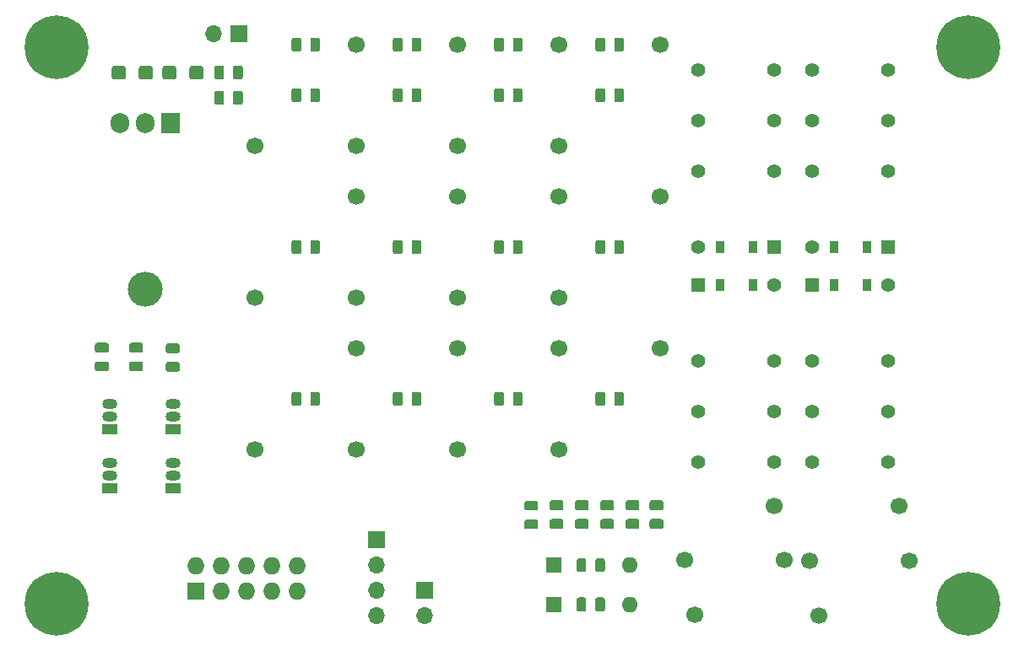
<source format=gbs>
G04 #@! TF.GenerationSoftware,KiCad,Pcbnew,5.99.0-unknown-43514a1~86~ubuntu18.04.1*
G04 #@! TF.CreationDate,2020-02-15T13:58:03+00:00*
G04 #@! TF.ProjectId,TX_BOARD,54585f42-4f41-4524-942e-6b696361645f,rev?*
G04 #@! TF.SameCoordinates,Original*
G04 #@! TF.FileFunction,Soldermask,Bot*
G04 #@! TF.FilePolarity,Negative*
%FSLAX46Y46*%
G04 Gerber Fmt 4.6, Leading zero omitted, Abs format (unit mm)*
G04 Created by KiCad (PCBNEW 5.99.0-unknown-43514a1~86~ubuntu18.04.1) date 2020-02-15 13:58:03*
%MOMM*%
%LPD*%
G01*
G04 APERTURE LIST*
%ADD10C,1.700000*%
%ADD11R,0.900000X1.200000*%
%ADD12O,1.727200X1.727200*%
%ADD13R,1.727200X1.727200*%
%ADD14O,1.700000X1.700000*%
%ADD15R,1.700000X1.700000*%
%ADD16O,1.600000X1.600000*%
%ADD17R,1.600000X1.600000*%
%ADD18O,1.905000X2.000000*%
%ADD19R,1.905000X2.000000*%
%ADD20O,3.500000X3.500000*%
%ADD21C,6.400000*%
%ADD22R,1.500000X1.050000*%
%ADD23O,1.500000X1.050000*%
%ADD24C,1.400000*%
%ADD25R,1.400000X1.400000*%
G04 APERTURE END LIST*
D10*
X155829000Y-64516000D03*
X165989000Y-54356000D03*
X145669000Y-64516000D03*
X155829000Y-54356000D03*
G36*
X153584529Y-100178554D02*
G01*
X153663607Y-100231393D01*
X153716446Y-100310471D01*
X153735000Y-100403750D01*
X153735000Y-100891250D01*
X153716446Y-100984529D01*
X153663607Y-101063607D01*
X153584529Y-101116446D01*
X153491250Y-101135000D01*
X152578750Y-101135000D01*
X152485471Y-101116446D01*
X152406393Y-101063607D01*
X152353554Y-100984529D01*
X152335000Y-100891250D01*
X152335000Y-100403750D01*
X152353554Y-100310471D01*
X152406393Y-100231393D01*
X152485471Y-100178554D01*
X152578750Y-100160000D01*
X153491250Y-100160000D01*
X153584529Y-100178554D01*
G37*
G36*
X153584529Y-102053554D02*
G01*
X153663607Y-102106393D01*
X153716446Y-102185471D01*
X153735000Y-102278750D01*
X153735000Y-102766250D01*
X153716446Y-102859529D01*
X153663607Y-102938607D01*
X153584529Y-102991446D01*
X153491250Y-103010000D01*
X152578750Y-103010000D01*
X152485471Y-102991446D01*
X152406393Y-102938607D01*
X152353554Y-102859529D01*
X152335000Y-102766250D01*
X152335000Y-102278750D01*
X152353554Y-102185471D01*
X152406393Y-102106393D01*
X152485471Y-102053554D01*
X152578750Y-102035000D01*
X153491250Y-102035000D01*
X153584529Y-102053554D01*
G37*
G36*
X156124529Y-100129554D02*
G01*
X156203607Y-100182393D01*
X156256446Y-100261471D01*
X156275000Y-100354750D01*
X156275000Y-100842250D01*
X156256446Y-100935529D01*
X156203607Y-101014607D01*
X156124529Y-101067446D01*
X156031250Y-101086000D01*
X155118750Y-101086000D01*
X155025471Y-101067446D01*
X154946393Y-101014607D01*
X154893554Y-100935529D01*
X154875000Y-100842250D01*
X154875000Y-100354750D01*
X154893554Y-100261471D01*
X154946393Y-100182393D01*
X155025471Y-100129554D01*
X155118750Y-100111000D01*
X156031250Y-100111000D01*
X156124529Y-100129554D01*
G37*
G36*
X156124529Y-102004554D02*
G01*
X156203607Y-102057393D01*
X156256446Y-102136471D01*
X156275000Y-102229750D01*
X156275000Y-102717250D01*
X156256446Y-102810529D01*
X156203607Y-102889607D01*
X156124529Y-102942446D01*
X156031250Y-102961000D01*
X155118750Y-102961000D01*
X155025471Y-102942446D01*
X154946393Y-102889607D01*
X154893554Y-102810529D01*
X154875000Y-102717250D01*
X154875000Y-102229750D01*
X154893554Y-102136471D01*
X154946393Y-102057393D01*
X155025471Y-102004554D01*
X155118750Y-101986000D01*
X156031250Y-101986000D01*
X156124529Y-102004554D01*
G37*
D11*
X183389000Y-74676000D03*
X186689000Y-74676000D03*
D12*
X129540000Y-106680000D03*
X129540000Y-109220000D03*
X127000000Y-106680000D03*
X127000000Y-109220000D03*
X124460000Y-106680000D03*
X124460000Y-109220000D03*
X121920000Y-106680000D03*
X121920000Y-109220000D03*
X119380000Y-106680000D03*
D13*
X119380000Y-109220000D03*
G36*
X166157529Y-100129554D02*
G01*
X166236607Y-100182393D01*
X166289446Y-100261471D01*
X166308000Y-100354750D01*
X166308000Y-100842250D01*
X166289446Y-100935529D01*
X166236607Y-101014607D01*
X166157529Y-101067446D01*
X166064250Y-101086000D01*
X165151750Y-101086000D01*
X165058471Y-101067446D01*
X164979393Y-101014607D01*
X164926554Y-100935529D01*
X164908000Y-100842250D01*
X164908000Y-100354750D01*
X164926554Y-100261471D01*
X164979393Y-100182393D01*
X165058471Y-100129554D01*
X165151750Y-100111000D01*
X166064250Y-100111000D01*
X166157529Y-100129554D01*
G37*
G36*
X166157529Y-102004554D02*
G01*
X166236607Y-102057393D01*
X166289446Y-102136471D01*
X166308000Y-102229750D01*
X166308000Y-102717250D01*
X166289446Y-102810529D01*
X166236607Y-102889607D01*
X166157529Y-102942446D01*
X166064250Y-102961000D01*
X165151750Y-102961000D01*
X165058471Y-102942446D01*
X164979393Y-102889607D01*
X164926554Y-102810529D01*
X164908000Y-102717250D01*
X164908000Y-102229750D01*
X164926554Y-102136471D01*
X164979393Y-102057393D01*
X165058471Y-102004554D01*
X165151750Y-101986000D01*
X166064250Y-101986000D01*
X166157529Y-102004554D01*
G37*
G36*
X161204529Y-100129554D02*
G01*
X161283607Y-100182393D01*
X161336446Y-100261471D01*
X161355000Y-100354750D01*
X161355000Y-100842250D01*
X161336446Y-100935529D01*
X161283607Y-101014607D01*
X161204529Y-101067446D01*
X161111250Y-101086000D01*
X160198750Y-101086000D01*
X160105471Y-101067446D01*
X160026393Y-101014607D01*
X159973554Y-100935529D01*
X159955000Y-100842250D01*
X159955000Y-100354750D01*
X159973554Y-100261471D01*
X160026393Y-100182393D01*
X160105471Y-100129554D01*
X160198750Y-100111000D01*
X161111250Y-100111000D01*
X161204529Y-100129554D01*
G37*
G36*
X161204529Y-102004554D02*
G01*
X161283607Y-102057393D01*
X161336446Y-102136471D01*
X161355000Y-102229750D01*
X161355000Y-102717250D01*
X161336446Y-102810529D01*
X161283607Y-102889607D01*
X161204529Y-102942446D01*
X161111250Y-102961000D01*
X160198750Y-102961000D01*
X160105471Y-102942446D01*
X160026393Y-102889607D01*
X159973554Y-102810529D01*
X159955000Y-102717250D01*
X159955000Y-102229750D01*
X159973554Y-102136471D01*
X160026393Y-102057393D01*
X160105471Y-102004554D01*
X160198750Y-101986000D01*
X161111250Y-101986000D01*
X161204529Y-102004554D01*
G37*
D14*
X121222000Y-53276500D03*
D15*
X123762000Y-53276500D03*
D16*
X162941000Y-110554000D03*
D17*
X155321000Y-110554000D03*
D16*
X162941000Y-106616000D03*
D17*
X155321000Y-106616000D03*
D18*
X111760000Y-62230000D03*
X114300000Y-62230000D03*
D19*
X116840000Y-62230000D03*
D20*
X114300000Y-78890000D03*
G36*
X160278529Y-105934554D02*
G01*
X160357607Y-105987393D01*
X160410446Y-106066471D01*
X160429000Y-106159750D01*
X160429000Y-107072250D01*
X160410446Y-107165529D01*
X160357607Y-107244607D01*
X160278529Y-107297446D01*
X160185250Y-107316000D01*
X159697750Y-107316000D01*
X159604471Y-107297446D01*
X159525393Y-107244607D01*
X159472554Y-107165529D01*
X159454000Y-107072250D01*
X159454000Y-106159750D01*
X159472554Y-106066471D01*
X159525393Y-105987393D01*
X159604471Y-105934554D01*
X159697750Y-105916000D01*
X160185250Y-105916000D01*
X160278529Y-105934554D01*
G37*
G36*
X158403529Y-105934554D02*
G01*
X158482607Y-105987393D01*
X158535446Y-106066471D01*
X158554000Y-106159750D01*
X158554000Y-107072250D01*
X158535446Y-107165529D01*
X158482607Y-107244607D01*
X158403529Y-107297446D01*
X158310250Y-107316000D01*
X157822750Y-107316000D01*
X157729471Y-107297446D01*
X157650393Y-107244607D01*
X157597554Y-107165529D01*
X157579000Y-107072250D01*
X157579000Y-106159750D01*
X157597554Y-106066471D01*
X157650393Y-105987393D01*
X157729471Y-105934554D01*
X157822750Y-105916000D01*
X158310250Y-105916000D01*
X158403529Y-105934554D01*
G37*
D21*
X105410000Y-54610000D03*
X196850000Y-110490000D03*
X105410000Y-110490000D03*
X196850000Y-54610000D03*
D10*
X180928000Y-106171000D03*
X190928000Y-106171000D03*
X181928000Y-111671000D03*
X189928000Y-100711000D03*
X168418000Y-106107500D03*
X178418000Y-106107500D03*
X169418000Y-111607500D03*
X177418000Y-100647500D03*
G36*
X163744529Y-100129554D02*
G01*
X163823607Y-100182393D01*
X163876446Y-100261471D01*
X163895000Y-100354750D01*
X163895000Y-100842250D01*
X163876446Y-100935529D01*
X163823607Y-101014607D01*
X163744529Y-101067446D01*
X163651250Y-101086000D01*
X162738750Y-101086000D01*
X162645471Y-101067446D01*
X162566393Y-101014607D01*
X162513554Y-100935529D01*
X162495000Y-100842250D01*
X162495000Y-100354750D01*
X162513554Y-100261471D01*
X162566393Y-100182393D01*
X162645471Y-100129554D01*
X162738750Y-100111000D01*
X163651250Y-100111000D01*
X163744529Y-100129554D01*
G37*
G36*
X163744529Y-102004554D02*
G01*
X163823607Y-102057393D01*
X163876446Y-102136471D01*
X163895000Y-102229750D01*
X163895000Y-102717250D01*
X163876446Y-102810529D01*
X163823607Y-102889607D01*
X163744529Y-102942446D01*
X163651250Y-102961000D01*
X162738750Y-102961000D01*
X162645471Y-102942446D01*
X162566393Y-102889607D01*
X162513554Y-102810529D01*
X162495000Y-102717250D01*
X162495000Y-102229750D01*
X162513554Y-102136471D01*
X162566393Y-102057393D01*
X162645471Y-102004554D01*
X162738750Y-101986000D01*
X163651250Y-101986000D01*
X163744529Y-102004554D01*
G37*
G36*
X158664529Y-100129554D02*
G01*
X158743607Y-100182393D01*
X158796446Y-100261471D01*
X158815000Y-100354750D01*
X158815000Y-100842250D01*
X158796446Y-100935529D01*
X158743607Y-101014607D01*
X158664529Y-101067446D01*
X158571250Y-101086000D01*
X157658750Y-101086000D01*
X157565471Y-101067446D01*
X157486393Y-101014607D01*
X157433554Y-100935529D01*
X157415000Y-100842250D01*
X157415000Y-100354750D01*
X157433554Y-100261471D01*
X157486393Y-100182393D01*
X157565471Y-100129554D01*
X157658750Y-100111000D01*
X158571250Y-100111000D01*
X158664529Y-100129554D01*
G37*
G36*
X158664529Y-102004554D02*
G01*
X158743607Y-102057393D01*
X158796446Y-102136471D01*
X158815000Y-102229750D01*
X158815000Y-102717250D01*
X158796446Y-102810529D01*
X158743607Y-102889607D01*
X158664529Y-102942446D01*
X158571250Y-102961000D01*
X157658750Y-102961000D01*
X157565471Y-102942446D01*
X157486393Y-102889607D01*
X157433554Y-102810529D01*
X157415000Y-102717250D01*
X157415000Y-102229750D01*
X157433554Y-102136471D01*
X157486393Y-102057393D01*
X157565471Y-102004554D01*
X157658750Y-101986000D01*
X158571250Y-101986000D01*
X158664529Y-102004554D01*
G37*
G36*
X122081529Y-59008554D02*
G01*
X122160607Y-59061393D01*
X122213446Y-59140471D01*
X122232000Y-59233750D01*
X122232000Y-60146250D01*
X122213446Y-60239529D01*
X122160607Y-60318607D01*
X122081529Y-60371446D01*
X121988250Y-60390000D01*
X121500750Y-60390000D01*
X121407471Y-60371446D01*
X121328393Y-60318607D01*
X121275554Y-60239529D01*
X121257000Y-60146250D01*
X121257000Y-59233750D01*
X121275554Y-59140471D01*
X121328393Y-59061393D01*
X121407471Y-59008554D01*
X121500750Y-58990000D01*
X121988250Y-58990000D01*
X122081529Y-59008554D01*
G37*
G36*
X123956529Y-59008554D02*
G01*
X124035607Y-59061393D01*
X124088446Y-59140471D01*
X124107000Y-59233750D01*
X124107000Y-60146250D01*
X124088446Y-60239529D01*
X124035607Y-60318607D01*
X123956529Y-60371446D01*
X123863250Y-60390000D01*
X123375750Y-60390000D01*
X123282471Y-60371446D01*
X123203393Y-60318607D01*
X123150554Y-60239529D01*
X123132000Y-60146250D01*
X123132000Y-59233750D01*
X123150554Y-59140471D01*
X123203393Y-59061393D01*
X123282471Y-59008554D01*
X123375750Y-58990000D01*
X123863250Y-58990000D01*
X123956529Y-59008554D01*
G37*
G36*
X123956529Y-56468554D02*
G01*
X124035607Y-56521393D01*
X124088446Y-56600471D01*
X124107000Y-56693750D01*
X124107000Y-57606250D01*
X124088446Y-57699529D01*
X124035607Y-57778607D01*
X123956529Y-57831446D01*
X123863250Y-57850000D01*
X123375750Y-57850000D01*
X123282471Y-57831446D01*
X123203393Y-57778607D01*
X123150554Y-57699529D01*
X123132000Y-57606250D01*
X123132000Y-56693750D01*
X123150554Y-56600471D01*
X123203393Y-56521393D01*
X123282471Y-56468554D01*
X123375750Y-56450000D01*
X123863250Y-56450000D01*
X123956529Y-56468554D01*
G37*
G36*
X122081529Y-56468554D02*
G01*
X122160607Y-56521393D01*
X122213446Y-56600471D01*
X122232000Y-56693750D01*
X122232000Y-57606250D01*
X122213446Y-57699529D01*
X122160607Y-57778607D01*
X122081529Y-57831446D01*
X121988250Y-57850000D01*
X121500750Y-57850000D01*
X121407471Y-57831446D01*
X121328393Y-57778607D01*
X121275554Y-57699529D01*
X121257000Y-57606250D01*
X121257000Y-56693750D01*
X121275554Y-56600471D01*
X121328393Y-56521393D01*
X121407471Y-56468554D01*
X121500750Y-56450000D01*
X121988250Y-56450000D01*
X122081529Y-56468554D01*
G37*
G36*
X117643529Y-84367054D02*
G01*
X117722607Y-84419893D01*
X117775446Y-84498971D01*
X117794000Y-84592250D01*
X117794000Y-85079750D01*
X117775446Y-85173029D01*
X117722607Y-85252107D01*
X117643529Y-85304946D01*
X117550250Y-85323500D01*
X116637750Y-85323500D01*
X116544471Y-85304946D01*
X116465393Y-85252107D01*
X116412554Y-85173029D01*
X116394000Y-85079750D01*
X116394000Y-84592250D01*
X116412554Y-84498971D01*
X116465393Y-84419893D01*
X116544471Y-84367054D01*
X116637750Y-84348500D01*
X117550250Y-84348500D01*
X117643529Y-84367054D01*
G37*
G36*
X117643529Y-86242054D02*
G01*
X117722607Y-86294893D01*
X117775446Y-86373971D01*
X117794000Y-86467250D01*
X117794000Y-86954750D01*
X117775446Y-87048029D01*
X117722607Y-87127107D01*
X117643529Y-87179946D01*
X117550250Y-87198500D01*
X116637750Y-87198500D01*
X116544471Y-87179946D01*
X116465393Y-87127107D01*
X116412554Y-87048029D01*
X116394000Y-86954750D01*
X116394000Y-86467250D01*
X116412554Y-86373971D01*
X116465393Y-86294893D01*
X116544471Y-86242054D01*
X116637750Y-86223500D01*
X117550250Y-86223500D01*
X117643529Y-86242054D01*
G37*
G36*
X110531529Y-84318554D02*
G01*
X110610607Y-84371393D01*
X110663446Y-84450471D01*
X110682000Y-84543750D01*
X110682000Y-85031250D01*
X110663446Y-85124529D01*
X110610607Y-85203607D01*
X110531529Y-85256446D01*
X110438250Y-85275000D01*
X109525750Y-85275000D01*
X109432471Y-85256446D01*
X109353393Y-85203607D01*
X109300554Y-85124529D01*
X109282000Y-85031250D01*
X109282000Y-84543750D01*
X109300554Y-84450471D01*
X109353393Y-84371393D01*
X109432471Y-84318554D01*
X109525750Y-84300000D01*
X110438250Y-84300000D01*
X110531529Y-84318554D01*
G37*
G36*
X110531529Y-86193554D02*
G01*
X110610607Y-86246393D01*
X110663446Y-86325471D01*
X110682000Y-86418750D01*
X110682000Y-86906250D01*
X110663446Y-86999529D01*
X110610607Y-87078607D01*
X110531529Y-87131446D01*
X110438250Y-87150000D01*
X109525750Y-87150000D01*
X109432471Y-87131446D01*
X109353393Y-87078607D01*
X109300554Y-86999529D01*
X109282000Y-86906250D01*
X109282000Y-86418750D01*
X109300554Y-86325471D01*
X109353393Y-86246393D01*
X109432471Y-86193554D01*
X109525750Y-86175000D01*
X110438250Y-86175000D01*
X110531529Y-86193554D01*
G37*
G36*
X113960529Y-84318554D02*
G01*
X114039607Y-84371393D01*
X114092446Y-84450471D01*
X114111000Y-84543750D01*
X114111000Y-85031250D01*
X114092446Y-85124529D01*
X114039607Y-85203607D01*
X113960529Y-85256446D01*
X113867250Y-85275000D01*
X112954750Y-85275000D01*
X112861471Y-85256446D01*
X112782393Y-85203607D01*
X112729554Y-85124529D01*
X112711000Y-85031250D01*
X112711000Y-84543750D01*
X112729554Y-84450471D01*
X112782393Y-84371393D01*
X112861471Y-84318554D01*
X112954750Y-84300000D01*
X113867250Y-84300000D01*
X113960529Y-84318554D01*
G37*
G36*
X113960529Y-86193554D02*
G01*
X114039607Y-86246393D01*
X114092446Y-86325471D01*
X114111000Y-86418750D01*
X114111000Y-86906250D01*
X114092446Y-86999529D01*
X114039607Y-87078607D01*
X113960529Y-87131446D01*
X113867250Y-87150000D01*
X112954750Y-87150000D01*
X112861471Y-87131446D01*
X112782393Y-87078607D01*
X112729554Y-86999529D01*
X112711000Y-86906250D01*
X112711000Y-86418750D01*
X112729554Y-86325471D01*
X112782393Y-86246393D01*
X112861471Y-86193554D01*
X112954750Y-86175000D01*
X113867250Y-86175000D01*
X113960529Y-86193554D01*
G37*
D22*
X117094000Y-98933000D03*
D23*
X117094000Y-96393000D03*
X117094000Y-97663000D03*
D22*
X117094000Y-92964000D03*
D23*
X117094000Y-90424000D03*
X117094000Y-91694000D03*
D22*
X110744000Y-98933000D03*
D23*
X110744000Y-96393000D03*
X110744000Y-97663000D03*
D22*
X110744000Y-92964000D03*
D23*
X110744000Y-90424000D03*
X110744000Y-91694000D03*
D10*
X125349000Y-64516000D03*
X135509000Y-54356000D03*
X135509000Y-64516000D03*
X145669000Y-54356000D03*
X125349000Y-79756000D03*
X135509000Y-69596000D03*
X135509000Y-79756000D03*
X145669000Y-69596000D03*
X145669000Y-79756000D03*
X155829000Y-69596000D03*
X155829000Y-79756000D03*
X165989000Y-69596000D03*
X125349000Y-94996000D03*
X135509000Y-84836000D03*
X135509000Y-94996000D03*
X145669000Y-84836000D03*
X145669000Y-94996000D03*
X155829000Y-84836000D03*
X155829000Y-94996000D03*
X165989000Y-84836000D03*
D24*
X181229000Y-67056000D03*
X181219000Y-56886000D03*
X181219000Y-61966000D03*
X188849000Y-67056000D03*
X188849000Y-56896000D03*
X188849000Y-61986000D03*
X181229000Y-74676000D03*
D25*
X188849000Y-74676000D03*
D24*
X169799000Y-67056000D03*
X169789000Y-56886000D03*
X169789000Y-61966000D03*
X177419000Y-67056000D03*
X177419000Y-56896000D03*
X177419000Y-61986000D03*
X169799000Y-74676000D03*
D25*
X177419000Y-74676000D03*
D24*
X177419000Y-86106000D03*
X177429000Y-96276000D03*
X177429000Y-91196000D03*
X169799000Y-86106000D03*
X169799000Y-96266000D03*
X169799000Y-91176000D03*
X177419000Y-78486000D03*
D25*
X169799000Y-78486000D03*
D24*
X188849000Y-86106000D03*
X188859000Y-96276000D03*
X188859000Y-91196000D03*
X181229000Y-86106000D03*
X181229000Y-96266000D03*
X181229000Y-91176000D03*
X188849000Y-78486000D03*
D25*
X181229000Y-78486000D03*
D14*
X142367000Y-111696000D03*
D15*
X142367000Y-109156000D03*
D14*
X137541000Y-111696000D03*
X137541000Y-109156000D03*
X137541000Y-106616000D03*
D15*
X137541000Y-104076000D03*
D11*
X175259000Y-74676000D03*
X171959000Y-74676000D03*
X175259000Y-78486000D03*
X171959000Y-78486000D03*
X186689000Y-78486000D03*
X183389000Y-78486000D03*
G36*
X129828529Y-53674554D02*
G01*
X129907607Y-53727393D01*
X129960446Y-53806471D01*
X129979000Y-53899750D01*
X129979000Y-54812250D01*
X129960446Y-54905529D01*
X129907607Y-54984607D01*
X129828529Y-55037446D01*
X129735250Y-55056000D01*
X129247750Y-55056000D01*
X129154471Y-55037446D01*
X129075393Y-54984607D01*
X129022554Y-54905529D01*
X129004000Y-54812250D01*
X129004000Y-53899750D01*
X129022554Y-53806471D01*
X129075393Y-53727393D01*
X129154471Y-53674554D01*
X129247750Y-53656000D01*
X129735250Y-53656000D01*
X129828529Y-53674554D01*
G37*
G36*
X131703529Y-53674554D02*
G01*
X131782607Y-53727393D01*
X131835446Y-53806471D01*
X131854000Y-53899750D01*
X131854000Y-54812250D01*
X131835446Y-54905529D01*
X131782607Y-54984607D01*
X131703529Y-55037446D01*
X131610250Y-55056000D01*
X131122750Y-55056000D01*
X131029471Y-55037446D01*
X130950393Y-54984607D01*
X130897554Y-54905529D01*
X130879000Y-54812250D01*
X130879000Y-53899750D01*
X130897554Y-53806471D01*
X130950393Y-53727393D01*
X131029471Y-53674554D01*
X131122750Y-53656000D01*
X131610250Y-53656000D01*
X131703529Y-53674554D01*
G37*
G36*
X139988529Y-53674554D02*
G01*
X140067607Y-53727393D01*
X140120446Y-53806471D01*
X140139000Y-53899750D01*
X140139000Y-54812250D01*
X140120446Y-54905529D01*
X140067607Y-54984607D01*
X139988529Y-55037446D01*
X139895250Y-55056000D01*
X139407750Y-55056000D01*
X139314471Y-55037446D01*
X139235393Y-54984607D01*
X139182554Y-54905529D01*
X139164000Y-54812250D01*
X139164000Y-53899750D01*
X139182554Y-53806471D01*
X139235393Y-53727393D01*
X139314471Y-53674554D01*
X139407750Y-53656000D01*
X139895250Y-53656000D01*
X139988529Y-53674554D01*
G37*
G36*
X141863529Y-53674554D02*
G01*
X141942607Y-53727393D01*
X141995446Y-53806471D01*
X142014000Y-53899750D01*
X142014000Y-54812250D01*
X141995446Y-54905529D01*
X141942607Y-54984607D01*
X141863529Y-55037446D01*
X141770250Y-55056000D01*
X141282750Y-55056000D01*
X141189471Y-55037446D01*
X141110393Y-54984607D01*
X141057554Y-54905529D01*
X141039000Y-54812250D01*
X141039000Y-53899750D01*
X141057554Y-53806471D01*
X141110393Y-53727393D01*
X141189471Y-53674554D01*
X141282750Y-53656000D01*
X141770250Y-53656000D01*
X141863529Y-53674554D01*
G37*
G36*
X150148529Y-53674554D02*
G01*
X150227607Y-53727393D01*
X150280446Y-53806471D01*
X150299000Y-53899750D01*
X150299000Y-54812250D01*
X150280446Y-54905529D01*
X150227607Y-54984607D01*
X150148529Y-55037446D01*
X150055250Y-55056000D01*
X149567750Y-55056000D01*
X149474471Y-55037446D01*
X149395393Y-54984607D01*
X149342554Y-54905529D01*
X149324000Y-54812250D01*
X149324000Y-53899750D01*
X149342554Y-53806471D01*
X149395393Y-53727393D01*
X149474471Y-53674554D01*
X149567750Y-53656000D01*
X150055250Y-53656000D01*
X150148529Y-53674554D01*
G37*
G36*
X152023529Y-53674554D02*
G01*
X152102607Y-53727393D01*
X152155446Y-53806471D01*
X152174000Y-53899750D01*
X152174000Y-54812250D01*
X152155446Y-54905529D01*
X152102607Y-54984607D01*
X152023529Y-55037446D01*
X151930250Y-55056000D01*
X151442750Y-55056000D01*
X151349471Y-55037446D01*
X151270393Y-54984607D01*
X151217554Y-54905529D01*
X151199000Y-54812250D01*
X151199000Y-53899750D01*
X151217554Y-53806471D01*
X151270393Y-53727393D01*
X151349471Y-53674554D01*
X151442750Y-53656000D01*
X151930250Y-53656000D01*
X152023529Y-53674554D01*
G37*
G36*
X160308529Y-53674554D02*
G01*
X160387607Y-53727393D01*
X160440446Y-53806471D01*
X160459000Y-53899750D01*
X160459000Y-54812250D01*
X160440446Y-54905529D01*
X160387607Y-54984607D01*
X160308529Y-55037446D01*
X160215250Y-55056000D01*
X159727750Y-55056000D01*
X159634471Y-55037446D01*
X159555393Y-54984607D01*
X159502554Y-54905529D01*
X159484000Y-54812250D01*
X159484000Y-53899750D01*
X159502554Y-53806471D01*
X159555393Y-53727393D01*
X159634471Y-53674554D01*
X159727750Y-53656000D01*
X160215250Y-53656000D01*
X160308529Y-53674554D01*
G37*
G36*
X162183529Y-53674554D02*
G01*
X162262607Y-53727393D01*
X162315446Y-53806471D01*
X162334000Y-53899750D01*
X162334000Y-54812250D01*
X162315446Y-54905529D01*
X162262607Y-54984607D01*
X162183529Y-55037446D01*
X162090250Y-55056000D01*
X161602750Y-55056000D01*
X161509471Y-55037446D01*
X161430393Y-54984607D01*
X161377554Y-54905529D01*
X161359000Y-54812250D01*
X161359000Y-53899750D01*
X161377554Y-53806471D01*
X161430393Y-53727393D01*
X161509471Y-53674554D01*
X161602750Y-53656000D01*
X162090250Y-53656000D01*
X162183529Y-53674554D01*
G37*
G36*
X129828529Y-58754554D02*
G01*
X129907607Y-58807393D01*
X129960446Y-58886471D01*
X129979000Y-58979750D01*
X129979000Y-59892250D01*
X129960446Y-59985529D01*
X129907607Y-60064607D01*
X129828529Y-60117446D01*
X129735250Y-60136000D01*
X129247750Y-60136000D01*
X129154471Y-60117446D01*
X129075393Y-60064607D01*
X129022554Y-59985529D01*
X129004000Y-59892250D01*
X129004000Y-58979750D01*
X129022554Y-58886471D01*
X129075393Y-58807393D01*
X129154471Y-58754554D01*
X129247750Y-58736000D01*
X129735250Y-58736000D01*
X129828529Y-58754554D01*
G37*
G36*
X131703529Y-58754554D02*
G01*
X131782607Y-58807393D01*
X131835446Y-58886471D01*
X131854000Y-58979750D01*
X131854000Y-59892250D01*
X131835446Y-59985529D01*
X131782607Y-60064607D01*
X131703529Y-60117446D01*
X131610250Y-60136000D01*
X131122750Y-60136000D01*
X131029471Y-60117446D01*
X130950393Y-60064607D01*
X130897554Y-59985529D01*
X130879000Y-59892250D01*
X130879000Y-58979750D01*
X130897554Y-58886471D01*
X130950393Y-58807393D01*
X131029471Y-58754554D01*
X131122750Y-58736000D01*
X131610250Y-58736000D01*
X131703529Y-58754554D01*
G37*
G36*
X139988529Y-58754554D02*
G01*
X140067607Y-58807393D01*
X140120446Y-58886471D01*
X140139000Y-58979750D01*
X140139000Y-59892250D01*
X140120446Y-59985529D01*
X140067607Y-60064607D01*
X139988529Y-60117446D01*
X139895250Y-60136000D01*
X139407750Y-60136000D01*
X139314471Y-60117446D01*
X139235393Y-60064607D01*
X139182554Y-59985529D01*
X139164000Y-59892250D01*
X139164000Y-58979750D01*
X139182554Y-58886471D01*
X139235393Y-58807393D01*
X139314471Y-58754554D01*
X139407750Y-58736000D01*
X139895250Y-58736000D01*
X139988529Y-58754554D01*
G37*
G36*
X141863529Y-58754554D02*
G01*
X141942607Y-58807393D01*
X141995446Y-58886471D01*
X142014000Y-58979750D01*
X142014000Y-59892250D01*
X141995446Y-59985529D01*
X141942607Y-60064607D01*
X141863529Y-60117446D01*
X141770250Y-60136000D01*
X141282750Y-60136000D01*
X141189471Y-60117446D01*
X141110393Y-60064607D01*
X141057554Y-59985529D01*
X141039000Y-59892250D01*
X141039000Y-58979750D01*
X141057554Y-58886471D01*
X141110393Y-58807393D01*
X141189471Y-58754554D01*
X141282750Y-58736000D01*
X141770250Y-58736000D01*
X141863529Y-58754554D01*
G37*
G36*
X150148529Y-58754554D02*
G01*
X150227607Y-58807393D01*
X150280446Y-58886471D01*
X150299000Y-58979750D01*
X150299000Y-59892250D01*
X150280446Y-59985529D01*
X150227607Y-60064607D01*
X150148529Y-60117446D01*
X150055250Y-60136000D01*
X149567750Y-60136000D01*
X149474471Y-60117446D01*
X149395393Y-60064607D01*
X149342554Y-59985529D01*
X149324000Y-59892250D01*
X149324000Y-58979750D01*
X149342554Y-58886471D01*
X149395393Y-58807393D01*
X149474471Y-58754554D01*
X149567750Y-58736000D01*
X150055250Y-58736000D01*
X150148529Y-58754554D01*
G37*
G36*
X152023529Y-58754554D02*
G01*
X152102607Y-58807393D01*
X152155446Y-58886471D01*
X152174000Y-58979750D01*
X152174000Y-59892250D01*
X152155446Y-59985529D01*
X152102607Y-60064607D01*
X152023529Y-60117446D01*
X151930250Y-60136000D01*
X151442750Y-60136000D01*
X151349471Y-60117446D01*
X151270393Y-60064607D01*
X151217554Y-59985529D01*
X151199000Y-59892250D01*
X151199000Y-58979750D01*
X151217554Y-58886471D01*
X151270393Y-58807393D01*
X151349471Y-58754554D01*
X151442750Y-58736000D01*
X151930250Y-58736000D01*
X152023529Y-58754554D01*
G37*
G36*
X160308529Y-58754554D02*
G01*
X160387607Y-58807393D01*
X160440446Y-58886471D01*
X160459000Y-58979750D01*
X160459000Y-59892250D01*
X160440446Y-59985529D01*
X160387607Y-60064607D01*
X160308529Y-60117446D01*
X160215250Y-60136000D01*
X159727750Y-60136000D01*
X159634471Y-60117446D01*
X159555393Y-60064607D01*
X159502554Y-59985529D01*
X159484000Y-59892250D01*
X159484000Y-58979750D01*
X159502554Y-58886471D01*
X159555393Y-58807393D01*
X159634471Y-58754554D01*
X159727750Y-58736000D01*
X160215250Y-58736000D01*
X160308529Y-58754554D01*
G37*
G36*
X162183529Y-58754554D02*
G01*
X162262607Y-58807393D01*
X162315446Y-58886471D01*
X162334000Y-58979750D01*
X162334000Y-59892250D01*
X162315446Y-59985529D01*
X162262607Y-60064607D01*
X162183529Y-60117446D01*
X162090250Y-60136000D01*
X161602750Y-60136000D01*
X161509471Y-60117446D01*
X161430393Y-60064607D01*
X161377554Y-59985529D01*
X161359000Y-59892250D01*
X161359000Y-58979750D01*
X161377554Y-58886471D01*
X161430393Y-58807393D01*
X161509471Y-58754554D01*
X161602750Y-58736000D01*
X162090250Y-58736000D01*
X162183529Y-58754554D01*
G37*
G36*
X129828529Y-73994554D02*
G01*
X129907607Y-74047393D01*
X129960446Y-74126471D01*
X129979000Y-74219750D01*
X129979000Y-75132250D01*
X129960446Y-75225529D01*
X129907607Y-75304607D01*
X129828529Y-75357446D01*
X129735250Y-75376000D01*
X129247750Y-75376000D01*
X129154471Y-75357446D01*
X129075393Y-75304607D01*
X129022554Y-75225529D01*
X129004000Y-75132250D01*
X129004000Y-74219750D01*
X129022554Y-74126471D01*
X129075393Y-74047393D01*
X129154471Y-73994554D01*
X129247750Y-73976000D01*
X129735250Y-73976000D01*
X129828529Y-73994554D01*
G37*
G36*
X131703529Y-73994554D02*
G01*
X131782607Y-74047393D01*
X131835446Y-74126471D01*
X131854000Y-74219750D01*
X131854000Y-75132250D01*
X131835446Y-75225529D01*
X131782607Y-75304607D01*
X131703529Y-75357446D01*
X131610250Y-75376000D01*
X131122750Y-75376000D01*
X131029471Y-75357446D01*
X130950393Y-75304607D01*
X130897554Y-75225529D01*
X130879000Y-75132250D01*
X130879000Y-74219750D01*
X130897554Y-74126471D01*
X130950393Y-74047393D01*
X131029471Y-73994554D01*
X131122750Y-73976000D01*
X131610250Y-73976000D01*
X131703529Y-73994554D01*
G37*
G36*
X139988529Y-73994554D02*
G01*
X140067607Y-74047393D01*
X140120446Y-74126471D01*
X140139000Y-74219750D01*
X140139000Y-75132250D01*
X140120446Y-75225529D01*
X140067607Y-75304607D01*
X139988529Y-75357446D01*
X139895250Y-75376000D01*
X139407750Y-75376000D01*
X139314471Y-75357446D01*
X139235393Y-75304607D01*
X139182554Y-75225529D01*
X139164000Y-75132250D01*
X139164000Y-74219750D01*
X139182554Y-74126471D01*
X139235393Y-74047393D01*
X139314471Y-73994554D01*
X139407750Y-73976000D01*
X139895250Y-73976000D01*
X139988529Y-73994554D01*
G37*
G36*
X141863529Y-73994554D02*
G01*
X141942607Y-74047393D01*
X141995446Y-74126471D01*
X142014000Y-74219750D01*
X142014000Y-75132250D01*
X141995446Y-75225529D01*
X141942607Y-75304607D01*
X141863529Y-75357446D01*
X141770250Y-75376000D01*
X141282750Y-75376000D01*
X141189471Y-75357446D01*
X141110393Y-75304607D01*
X141057554Y-75225529D01*
X141039000Y-75132250D01*
X141039000Y-74219750D01*
X141057554Y-74126471D01*
X141110393Y-74047393D01*
X141189471Y-73994554D01*
X141282750Y-73976000D01*
X141770250Y-73976000D01*
X141863529Y-73994554D01*
G37*
G36*
X150148529Y-73994554D02*
G01*
X150227607Y-74047393D01*
X150280446Y-74126471D01*
X150299000Y-74219750D01*
X150299000Y-75132250D01*
X150280446Y-75225529D01*
X150227607Y-75304607D01*
X150148529Y-75357446D01*
X150055250Y-75376000D01*
X149567750Y-75376000D01*
X149474471Y-75357446D01*
X149395393Y-75304607D01*
X149342554Y-75225529D01*
X149324000Y-75132250D01*
X149324000Y-74219750D01*
X149342554Y-74126471D01*
X149395393Y-74047393D01*
X149474471Y-73994554D01*
X149567750Y-73976000D01*
X150055250Y-73976000D01*
X150148529Y-73994554D01*
G37*
G36*
X152023529Y-73994554D02*
G01*
X152102607Y-74047393D01*
X152155446Y-74126471D01*
X152174000Y-74219750D01*
X152174000Y-75132250D01*
X152155446Y-75225529D01*
X152102607Y-75304607D01*
X152023529Y-75357446D01*
X151930250Y-75376000D01*
X151442750Y-75376000D01*
X151349471Y-75357446D01*
X151270393Y-75304607D01*
X151217554Y-75225529D01*
X151199000Y-75132250D01*
X151199000Y-74219750D01*
X151217554Y-74126471D01*
X151270393Y-74047393D01*
X151349471Y-73994554D01*
X151442750Y-73976000D01*
X151930250Y-73976000D01*
X152023529Y-73994554D01*
G37*
G36*
X160308529Y-73994554D02*
G01*
X160387607Y-74047393D01*
X160440446Y-74126471D01*
X160459000Y-74219750D01*
X160459000Y-75132250D01*
X160440446Y-75225529D01*
X160387607Y-75304607D01*
X160308529Y-75357446D01*
X160215250Y-75376000D01*
X159727750Y-75376000D01*
X159634471Y-75357446D01*
X159555393Y-75304607D01*
X159502554Y-75225529D01*
X159484000Y-75132250D01*
X159484000Y-74219750D01*
X159502554Y-74126471D01*
X159555393Y-74047393D01*
X159634471Y-73994554D01*
X159727750Y-73976000D01*
X160215250Y-73976000D01*
X160308529Y-73994554D01*
G37*
G36*
X162183529Y-73994554D02*
G01*
X162262607Y-74047393D01*
X162315446Y-74126471D01*
X162334000Y-74219750D01*
X162334000Y-75132250D01*
X162315446Y-75225529D01*
X162262607Y-75304607D01*
X162183529Y-75357446D01*
X162090250Y-75376000D01*
X161602750Y-75376000D01*
X161509471Y-75357446D01*
X161430393Y-75304607D01*
X161377554Y-75225529D01*
X161359000Y-75132250D01*
X161359000Y-74219750D01*
X161377554Y-74126471D01*
X161430393Y-74047393D01*
X161509471Y-73994554D01*
X161602750Y-73976000D01*
X162090250Y-73976000D01*
X162183529Y-73994554D01*
G37*
G36*
X131703529Y-89234554D02*
G01*
X131782607Y-89287393D01*
X131835446Y-89366471D01*
X131854000Y-89459750D01*
X131854000Y-90372250D01*
X131835446Y-90465529D01*
X131782607Y-90544607D01*
X131703529Y-90597446D01*
X131610250Y-90616000D01*
X131122750Y-90616000D01*
X131029471Y-90597446D01*
X130950393Y-90544607D01*
X130897554Y-90465529D01*
X130879000Y-90372250D01*
X130879000Y-89459750D01*
X130897554Y-89366471D01*
X130950393Y-89287393D01*
X131029471Y-89234554D01*
X131122750Y-89216000D01*
X131610250Y-89216000D01*
X131703529Y-89234554D01*
G37*
G36*
X129828529Y-89234554D02*
G01*
X129907607Y-89287393D01*
X129960446Y-89366471D01*
X129979000Y-89459750D01*
X129979000Y-90372250D01*
X129960446Y-90465529D01*
X129907607Y-90544607D01*
X129828529Y-90597446D01*
X129735250Y-90616000D01*
X129247750Y-90616000D01*
X129154471Y-90597446D01*
X129075393Y-90544607D01*
X129022554Y-90465529D01*
X129004000Y-90372250D01*
X129004000Y-89459750D01*
X129022554Y-89366471D01*
X129075393Y-89287393D01*
X129154471Y-89234554D01*
X129247750Y-89216000D01*
X129735250Y-89216000D01*
X129828529Y-89234554D01*
G37*
G36*
X141863529Y-89234554D02*
G01*
X141942607Y-89287393D01*
X141995446Y-89366471D01*
X142014000Y-89459750D01*
X142014000Y-90372250D01*
X141995446Y-90465529D01*
X141942607Y-90544607D01*
X141863529Y-90597446D01*
X141770250Y-90616000D01*
X141282750Y-90616000D01*
X141189471Y-90597446D01*
X141110393Y-90544607D01*
X141057554Y-90465529D01*
X141039000Y-90372250D01*
X141039000Y-89459750D01*
X141057554Y-89366471D01*
X141110393Y-89287393D01*
X141189471Y-89234554D01*
X141282750Y-89216000D01*
X141770250Y-89216000D01*
X141863529Y-89234554D01*
G37*
G36*
X139988529Y-89234554D02*
G01*
X140067607Y-89287393D01*
X140120446Y-89366471D01*
X140139000Y-89459750D01*
X140139000Y-90372250D01*
X140120446Y-90465529D01*
X140067607Y-90544607D01*
X139988529Y-90597446D01*
X139895250Y-90616000D01*
X139407750Y-90616000D01*
X139314471Y-90597446D01*
X139235393Y-90544607D01*
X139182554Y-90465529D01*
X139164000Y-90372250D01*
X139164000Y-89459750D01*
X139182554Y-89366471D01*
X139235393Y-89287393D01*
X139314471Y-89234554D01*
X139407750Y-89216000D01*
X139895250Y-89216000D01*
X139988529Y-89234554D01*
G37*
G36*
X152023529Y-89234554D02*
G01*
X152102607Y-89287393D01*
X152155446Y-89366471D01*
X152174000Y-89459750D01*
X152174000Y-90372250D01*
X152155446Y-90465529D01*
X152102607Y-90544607D01*
X152023529Y-90597446D01*
X151930250Y-90616000D01*
X151442750Y-90616000D01*
X151349471Y-90597446D01*
X151270393Y-90544607D01*
X151217554Y-90465529D01*
X151199000Y-90372250D01*
X151199000Y-89459750D01*
X151217554Y-89366471D01*
X151270393Y-89287393D01*
X151349471Y-89234554D01*
X151442750Y-89216000D01*
X151930250Y-89216000D01*
X152023529Y-89234554D01*
G37*
G36*
X150148529Y-89234554D02*
G01*
X150227607Y-89287393D01*
X150280446Y-89366471D01*
X150299000Y-89459750D01*
X150299000Y-90372250D01*
X150280446Y-90465529D01*
X150227607Y-90544607D01*
X150148529Y-90597446D01*
X150055250Y-90616000D01*
X149567750Y-90616000D01*
X149474471Y-90597446D01*
X149395393Y-90544607D01*
X149342554Y-90465529D01*
X149324000Y-90372250D01*
X149324000Y-89459750D01*
X149342554Y-89366471D01*
X149395393Y-89287393D01*
X149474471Y-89234554D01*
X149567750Y-89216000D01*
X150055250Y-89216000D01*
X150148529Y-89234554D01*
G37*
G36*
X162183529Y-89234554D02*
G01*
X162262607Y-89287393D01*
X162315446Y-89366471D01*
X162334000Y-89459750D01*
X162334000Y-90372250D01*
X162315446Y-90465529D01*
X162262607Y-90544607D01*
X162183529Y-90597446D01*
X162090250Y-90616000D01*
X161602750Y-90616000D01*
X161509471Y-90597446D01*
X161430393Y-90544607D01*
X161377554Y-90465529D01*
X161359000Y-90372250D01*
X161359000Y-89459750D01*
X161377554Y-89366471D01*
X161430393Y-89287393D01*
X161509471Y-89234554D01*
X161602750Y-89216000D01*
X162090250Y-89216000D01*
X162183529Y-89234554D01*
G37*
G36*
X160308529Y-89234554D02*
G01*
X160387607Y-89287393D01*
X160440446Y-89366471D01*
X160459000Y-89459750D01*
X160459000Y-90372250D01*
X160440446Y-90465529D01*
X160387607Y-90544607D01*
X160308529Y-90597446D01*
X160215250Y-90616000D01*
X159727750Y-90616000D01*
X159634471Y-90597446D01*
X159555393Y-90544607D01*
X159502554Y-90465529D01*
X159484000Y-90372250D01*
X159484000Y-89459750D01*
X159502554Y-89366471D01*
X159555393Y-89287393D01*
X159634471Y-89234554D01*
X159727750Y-89216000D01*
X160215250Y-89216000D01*
X160308529Y-89234554D01*
G37*
G36*
X160278529Y-109872554D02*
G01*
X160357607Y-109925393D01*
X160410446Y-110004471D01*
X160429000Y-110097750D01*
X160429000Y-111010250D01*
X160410446Y-111103529D01*
X160357607Y-111182607D01*
X160278529Y-111235446D01*
X160185250Y-111254000D01*
X159697750Y-111254000D01*
X159604471Y-111235446D01*
X159525393Y-111182607D01*
X159472554Y-111103529D01*
X159454000Y-111010250D01*
X159454000Y-110097750D01*
X159472554Y-110004471D01*
X159525393Y-109925393D01*
X159604471Y-109872554D01*
X159697750Y-109854000D01*
X160185250Y-109854000D01*
X160278529Y-109872554D01*
G37*
G36*
X158403529Y-109872554D02*
G01*
X158482607Y-109925393D01*
X158535446Y-110004471D01*
X158554000Y-110097750D01*
X158554000Y-111010250D01*
X158535446Y-111103529D01*
X158482607Y-111182607D01*
X158403529Y-111235446D01*
X158310250Y-111254000D01*
X157822750Y-111254000D01*
X157729471Y-111235446D01*
X157650393Y-111182607D01*
X157597554Y-111103529D01*
X157579000Y-111010250D01*
X157579000Y-110097750D01*
X157597554Y-110004471D01*
X157650393Y-109925393D01*
X157729471Y-109872554D01*
X157822750Y-109854000D01*
X158310250Y-109854000D01*
X158403529Y-109872554D01*
G37*
G36*
X114925671Y-56494030D02*
G01*
X115006777Y-56548223D01*
X115060970Y-56629329D01*
X115080000Y-56724999D01*
X115080000Y-57575001D01*
X115060970Y-57670671D01*
X115006777Y-57751777D01*
X114925671Y-57805970D01*
X114830001Y-57825000D01*
X113929999Y-57825000D01*
X113834329Y-57805970D01*
X113753223Y-57751777D01*
X113699030Y-57670671D01*
X113680000Y-57575001D01*
X113680000Y-56724999D01*
X113699030Y-56629329D01*
X113753223Y-56548223D01*
X113834329Y-56494030D01*
X113929999Y-56475000D01*
X114830001Y-56475000D01*
X114925671Y-56494030D01*
G37*
G36*
X112225671Y-56494030D02*
G01*
X112306777Y-56548223D01*
X112360970Y-56629329D01*
X112380000Y-56724999D01*
X112380000Y-57575001D01*
X112360970Y-57670671D01*
X112306777Y-57751777D01*
X112225671Y-57805970D01*
X112130001Y-57825000D01*
X111229999Y-57825000D01*
X111134329Y-57805970D01*
X111053223Y-57751777D01*
X110999030Y-57670671D01*
X110980000Y-57575001D01*
X110980000Y-56724999D01*
X110999030Y-56629329D01*
X111053223Y-56548223D01*
X111134329Y-56494030D01*
X111229999Y-56475000D01*
X112130001Y-56475000D01*
X112225671Y-56494030D01*
G37*
G36*
X120005671Y-56494030D02*
G01*
X120086777Y-56548223D01*
X120140970Y-56629329D01*
X120160000Y-56724999D01*
X120160000Y-57575001D01*
X120140970Y-57670671D01*
X120086777Y-57751777D01*
X120005671Y-57805970D01*
X119910001Y-57825000D01*
X119009999Y-57825000D01*
X118914329Y-57805970D01*
X118833223Y-57751777D01*
X118779030Y-57670671D01*
X118760000Y-57575001D01*
X118760000Y-56724999D01*
X118779030Y-56629329D01*
X118833223Y-56548223D01*
X118914329Y-56494030D01*
X119009999Y-56475000D01*
X119910001Y-56475000D01*
X120005671Y-56494030D01*
G37*
G36*
X117305671Y-56494030D02*
G01*
X117386777Y-56548223D01*
X117440970Y-56629329D01*
X117460000Y-56724999D01*
X117460000Y-57575001D01*
X117440970Y-57670671D01*
X117386777Y-57751777D01*
X117305671Y-57805970D01*
X117210001Y-57825000D01*
X116309999Y-57825000D01*
X116214329Y-57805970D01*
X116133223Y-57751777D01*
X116079030Y-57670671D01*
X116060000Y-57575001D01*
X116060000Y-56724999D01*
X116079030Y-56629329D01*
X116133223Y-56548223D01*
X116214329Y-56494030D01*
X116309999Y-56475000D01*
X117210001Y-56475000D01*
X117305671Y-56494030D01*
G37*
M02*

</source>
